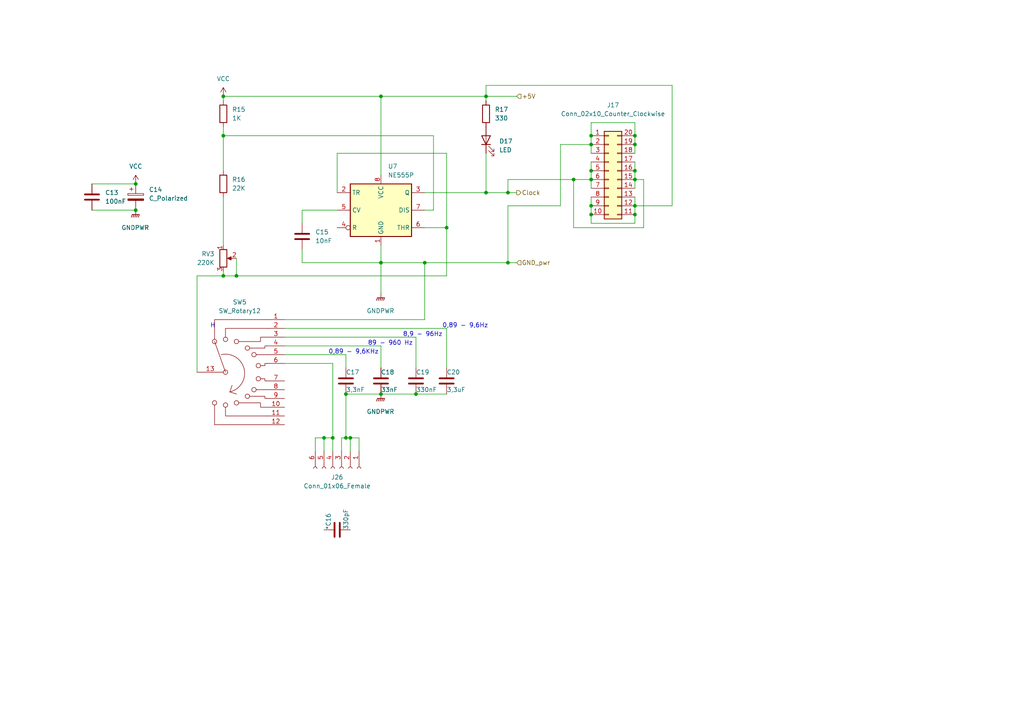
<source format=kicad_sch>
(kicad_sch (version 20211123) (generator eeschema)
  (paper "A4")
  (lib_symbols
    (symbol "Connector:Conn_01x06_Female" (pin_names (offset 1.016) hide)
      (property "Reference" "J" (at 0 7.62 0))
      (property "Value" "Conn_01x06_Female" (at 0 -10.16 0))
      (symbol "Conn_01x06_Female_1_1"
        (arc (start 0 -7.112) (mid -0.508 -7.62) (end 0 -8.128) (stroke (width 0.1524)))
        (arc (start 0 -4.572) (mid -0.508 -5.08) (end 0 -5.588) (stroke (width 0.1524)))
        (arc (start 0 -2.032) (mid -0.508 -2.54) (end 0 -3.048) (stroke (width 0.1524)))
        (polyline (pts (xy -1.27 -7.62) (xy -0.508 -7.62)) (stroke (width 0.1524)))
        (polyline (pts (xy -1.27 -5.08) (xy -0.508 -5.08)) (stroke (width 0.1524)))
        (polyline (pts (xy -1.27 -2.54) (xy -0.508 -2.54)) (stroke (width 0.1524)))
        (polyline (pts (xy -1.27 0) (xy -0.508 0)) (stroke (width 0.1524)))
        (polyline (pts (xy -1.27 2.54) (xy -0.508 2.54)) (stroke (width 0.1524)))
        (polyline (pts (xy -1.27 5.08) (xy -0.508 5.08)) (stroke (width 0.1524)))
        (arc (start 0 0.508) (mid -0.508 0) (end 0 -0.508) (stroke (width 0.1524)))
        (arc (start 0 3.048) (mid -0.508 2.54) (end 0 2.032) (stroke (width 0.1524)))
        (arc (start 0 5.588) (mid -0.508 5.08) (end 0 4.572) (stroke (width 0.1524)))
        (pin passive line (at -5.08 5.08 0) (length 3.81) (name "Pin_1") (number "1"))
        (pin passive line (at -5.08 2.54 0) (length 3.81) (name "Pin_2") (number "2"))
        (pin passive line (at -5.08 0 0) (length 3.81) (name "Pin_3") (number "3"))
        (pin passive line (at -5.08 -2.54 0) (length 3.81) (name "Pin_4") (number "4"))
        (pin passive line (at -5.08 -5.08 0) (length 3.81) (name "Pin_5") (number "5"))
        (pin passive line (at -5.08 -7.62 0) (length 3.81) (name "Pin_6") (number "6"))
      )
    )
    (symbol "Connector_Generic:Conn_02x10_Counter_Clockwise" (pin_names (offset 1.016) hide)
      (property "Reference" "J" (at 1.27 12.7 0))
      (property "Value" "Conn_02x10_Counter_Clockwise" (at 1.27 -15.24 0))
      (symbol "Conn_02x10_Counter_Clockwise_1_1"
        (rectangle (start -1.27 -12.573) (end 0 -12.827) (stroke (width 0.1524)))
        (rectangle (start -1.27 -10.033) (end 0 -10.287) (stroke (width 0.1524)))
        (rectangle (start -1.27 -7.493) (end 0 -7.747) (stroke (width 0.1524)))
        (rectangle (start -1.27 -4.953) (end 0 -5.207) (stroke (width 0.1524)))
        (rectangle (start -1.27 -2.413) (end 0 -2.667) (stroke (width 0.1524)))
        (rectangle (start -1.27 0.127) (end 0 -0.127) (stroke (width 0.1524)))
        (rectangle (start -1.27 2.667) (end 0 2.413) (stroke (width 0.1524)))
        (rectangle (start -1.27 5.207) (end 0 4.953) (stroke (width 0.1524)))
        (rectangle (start -1.27 7.747) (end 0 7.493) (stroke (width 0.1524)))
        (rectangle (start -1.27 10.287) (end 0 10.033) (stroke (width 0.1524)))
        (rectangle (start -1.27 11.43) (end 3.81 -13.97) (stroke (width 0.254)) (fill (type background)))
        (rectangle (start 3.81 -12.573) (end 2.54 -12.827) (stroke (width 0.1524)))
        (rectangle (start 3.81 -10.033) (end 2.54 -10.287) (stroke (width 0.1524)))
        (rectangle (start 3.81 -7.493) (end 2.54 -7.747) (stroke (width 0.1524)))
        (rectangle (start 3.81 -4.953) (end 2.54 -5.207) (stroke (width 0.1524)))
        (rectangle (start 3.81 -2.413) (end 2.54 -2.667) (stroke (width 0.1524)))
        (rectangle (start 3.81 0.127) (end 2.54 -0.127) (stroke (width 0.1524)))
        (rectangle (start 3.81 2.667) (end 2.54 2.413) (stroke (width 0.1524)))
        (rectangle (start 3.81 5.207) (end 2.54 4.953) (stroke (width 0.1524)))
        (rectangle (start 3.81 7.747) (end 2.54 7.493) (stroke (width 0.1524)))
        (rectangle (start 3.81 10.287) (end 2.54 10.033) (stroke (width 0.1524)))
        (pin passive line (at -5.08 10.16 0) (length 3.81) (name "Pin_1") (number "1"))
        (pin passive line (at -5.08 -12.7 0) (length 3.81) (name "Pin_10") (number "10"))
        (pin passive line (at 7.62 -12.7 180) (length 3.81) (name "Pin_11") (number "11"))
        (pin passive line (at 7.62 -10.16 180) (length 3.81) (name "Pin_12") (number "12"))
        (pin passive line (at 7.62 -7.62 180) (length 3.81) (name "Pin_13") (number "13"))
        (pin passive line (at 7.62 -5.08 180) (length 3.81) (name "Pin_14") (number "14"))
        (pin passive line (at 7.62 -2.54 180) (length 3.81) (name "Pin_15") (number "15"))
        (pin passive line (at 7.62 0 180) (length 3.81) (name "Pin_16") (number "16"))
        (pin passive line (at 7.62 2.54 180) (length 3.81) (name "Pin_17") (number "17"))
        (pin passive line (at 7.62 5.08 180) (length 3.81) (name "Pin_18") (number "18"))
        (pin passive line (at 7.62 7.62 180) (length 3.81) (name "Pin_19") (number "19"))
        (pin passive line (at -5.08 7.62 0) (length 3.81) (name "Pin_2") (number "2"))
        (pin passive line (at 7.62 10.16 180) (length 3.81) (name "Pin_20") (number "20"))
        (pin passive line (at -5.08 5.08 0) (length 3.81) (name "Pin_3") (number "3"))
        (pin passive line (at -5.08 2.54 0) (length 3.81) (name "Pin_4") (number "4"))
        (pin passive line (at -5.08 0 0) (length 3.81) (name "Pin_5") (number "5"))
        (pin passive line (at -5.08 -2.54 0) (length 3.81) (name "Pin_6") (number "6"))
        (pin passive line (at -5.08 -5.08 0) (length 3.81) (name "Pin_7") (number "7"))
        (pin passive line (at -5.08 -7.62 0) (length 3.81) (name "Pin_8") (number "8"))
        (pin passive line (at -5.08 -10.16 0) (length 3.81) (name "Pin_9") (number "9"))
      )
    )
    (symbol "Device:C" (pin_numbers hide) (pin_names (offset 0.254))
      (property "Reference" "C" (at 0.635 2.54 0))
      (property "Value" "C" (at 0.635 -2.54 0))
      (symbol "C_0_1"
        (polyline (pts (xy -2.032 -0.762) (xy 2.032 -0.762)) (stroke (width 0.508)))
        (polyline (pts (xy -2.032 0.762) (xy 2.032 0.762)) (stroke (width 0.508)))
      )
      (symbol "C_1_1"
        (pin passive line (at 0 3.81 270) (length 2.794) (name "~") (number "1"))
        (pin passive line (at 0 -3.81 90) (length 2.794) (name "~") (number "2"))
      )
    )
    (symbol "Device:C_Polarized" (pin_numbers hide) (pin_names (offset 0.254))
      (property "Reference" "C" (at 0.635 2.54 0))
      (property "Value" "C_Polarized" (at 0.635 -2.54 0))
      (symbol "C_Polarized_0_1"
        (rectangle (start -2.286 0.508) (end 2.286 1.016))
        (polyline (pts (xy -1.778 2.286) (xy -0.762 2.286)))
        (polyline (pts (xy -1.27 2.794) (xy -1.27 1.778)))
        (rectangle (start 2.286 -0.508) (end -2.286 -1.016) (fill (type outline)))
      )
      (symbol "C_Polarized_1_1"
        (pin passive line (at 0 3.81 270) (length 2.794) (name "~") (number "1"))
        (pin passive line (at 0 -3.81 90) (length 2.794) (name "~") (number "2"))
      )
    )
    (symbol "Device:LED" (pin_numbers hide) (pin_names (offset 1.016) hide)
      (property "Reference" "D" (at 0 2.54 0))
      (property "Value" "LED" (at 0 -2.54 0))
      (symbol "LED_0_1"
        (polyline (pts (xy -1.27 -1.27) (xy -1.27 1.27)) (stroke (width 0.254)))
        (polyline (pts (xy -1.27 0) (xy 1.27 0)))
        (polyline (pts (xy 1.27 -1.27) (xy 1.27 1.27) (xy -1.27 0) (xy 1.27 -1.27)) (stroke (width 0.254)))
        (polyline (pts (xy -3.048 -0.762) (xy -4.572 -2.286) (xy -3.81 -2.286) (xy -4.572 -2.286) (xy -4.572 -1.524)))
        (polyline (pts (xy -1.778 -0.762) (xy -3.302 -2.286) (xy -2.54 -2.286) (xy -3.302 -2.286) (xy -3.302 -1.524)))
      )
      (symbol "LED_1_1"
        (pin passive line (at -3.81 0 0) (length 2.54) (name "K") (number "1"))
        (pin passive line (at 3.81 0 180) (length 2.54) (name "A") (number "2"))
      )
    )
    (symbol "Device:R" (pin_numbers hide) (pin_names (offset 0))
      (property "Reference" "R" (at 2.032 0 90))
      (property "Value" "R" (at 0 0 90))
      (symbol "R_0_1"
        (rectangle (start -1.016 -2.54) (end 1.016 2.54) (stroke (width 0.254)))
      )
      (symbol "R_1_1"
        (pin passive line (at 0 3.81 270) (length 1.27) (name "~") (number "1"))
        (pin passive line (at 0 -3.81 90) (length 1.27) (name "~") (number "2"))
      )
    )
    (symbol "Device:R_Potentiometer" (pin_names (offset 1.016) hide)
      (property "Reference" "RV" (at -4.445 0 90))
      (property "Value" "R_Potentiometer" (at -2.54 0 90))
      (symbol "R_Potentiometer_0_1"
        (polyline (pts (xy 2.54 0) (xy 1.524 0)))
        (polyline (pts (xy 1.143 0) (xy 2.286 0.508) (xy 2.286 -0.508) (xy 1.143 0)) (fill (type outline)))
        (rectangle (start 1.016 2.54) (end -1.016 -2.54) (stroke (width 0.254)))
      )
      (symbol "R_Potentiometer_1_1"
        (pin passive line (at 0 3.81 270) (length 1.27) (name "1") (number "1"))
        (pin passive line (at 3.81 0 180) (length 1.27) (name "2") (number "2"))
        (pin passive line (at 0 -3.81 90) (length 1.27) (name "3") (number "3"))
      )
    )
    (symbol "Switch:SW_Rotary12" (pin_names (offset 1.016) hide)
      (property "Reference" "SW" (at 0 17.78 0))
      (property "Value" "SW_Rotary12" (at 0 -17.78 0))
      (symbol "SW_Rotary12_0_0"
        (circle (center -10.16 -8.89) (radius 0.635))
        (circle (center -10.16 8.89) (radius 0.635))
        (circle (center -6.985 -9.525) (radius 0.635))
        (circle (center -6.985 0) (radius 0.635))
        (circle (center -6.985 9.525) (radius 0.635))
        (arc (start -5.715 -5.715) (mid -1.5995 0.937) (end -8.255 5.08))
        (circle (center -3.81 -8.89) (radius 0.635))
        (circle (center -3.81 8.89) (radius 0.635))
        (circle (center -0.635 -6.985) (radius 0.635))
        (circle (center -0.635 6.985) (radius 0.635))
        (polyline (pts (xy -6.985 0) (xy -10.16 8.89)))
        (polyline (pts (xy -5.715 -5.715) (xy -5.08 -3.81)))
        (polyline (pts (xy -5.715 -5.715) (xy -3.81 -6.35)))
        (polyline (pts (xy 1.905 -5.08) (xy 5.08 -5.08)))
        (polyline (pts (xy 1.905 5.08) (xy 5.08 5.08)))
        (polyline (pts (xy -10.16 -9.525) (xy -10.16 -15.24) (xy 5.08 -15.24)))
        (polyline (pts (xy -10.16 9.525) (xy -10.16 15.24) (xy 5.08 15.24)))
        (polyline (pts (xy -6.985 -10.16) (xy -6.985 -12.7) (xy 5.08 -12.7)))
        (polyline (pts (xy -6.985 10.16) (xy -6.985 12.7) (xy 5.08 12.7)))
        (polyline (pts (xy -3.175 -8.89) (xy 3.175 -8.89) (xy 3.175 -10.16) (xy 5.08 -10.16)))
        (polyline (pts (xy -3.175 8.89) (xy 3.175 8.89) (xy 3.175 10.16) (xy 5.08 10.16)))
        (polyline (pts (xy 0 -6.985) (xy 4.445 -6.985) (xy 4.445 -7.62) (xy 5.08 -7.62)))
        (polyline (pts (xy 0 6.985) (xy 4.445 6.985) (xy 4.445 7.62) (xy 5.08 7.62)))
        (polyline (pts (xy 3.175 -1.905) (xy 4.445 -1.905) (xy 4.445 -2.54) (xy 5.08 -2.54)))
        (polyline (pts (xy 3.175 1.905) (xy 4.445 1.905) (xy 4.445 2.54) (xy 5.08 2.54)))
        (circle (center 1.27 -5.08) (radius 0.635))
        (circle (center 1.27 5.08) (radius 0.635))
        (circle (center 2.54 -1.905) (radius 0.635))
        (circle (center 2.54 1.905) (radius 0.635))
      )
      (symbol "SW_Rotary12_0_1"
        (pin passive line (at 10.16 15.24 180) (length 5.08) (name "1") (number "1"))
        (pin passive line (at 10.16 -10.16 180) (length 5.08) (name "10") (number "10"))
        (pin passive line (at 10.16 -12.7 180) (length 5.08) (name "11") (number "11"))
        (pin passive line (at 10.16 -15.24 180) (length 5.08) (name "12") (number "12"))
        (pin passive line (at -15.24 0 0) (length 7.62) (name "13") (number "13"))
        (pin passive line (at 10.16 12.7 180) (length 5.08) (name "2") (number "2"))
        (pin passive line (at 10.16 10.16 180) (length 5.08) (name "3") (number "3"))
        (pin passive line (at 10.16 7.62 180) (length 5.08) (name "4") (number "4"))
        (pin passive line (at 10.16 5.08 180) (length 5.08) (name "5") (number "5"))
        (pin passive line (at 10.16 2.54 180) (length 5.08) (name "6") (number "6"))
        (pin passive line (at 10.16 -2.54 180) (length 5.08) (name "7") (number "7"))
        (pin passive line (at 10.16 -5.08 180) (length 5.08) (name "8") (number "8"))
        (pin passive line (at 10.16 -7.62 180) (length 5.08) (name "9") (number "9"))
      )
    )
    (symbol "Timer:NE555P"
      (property "Reference" "U" (at -10.16 8.89 0))
      (property "Value" "NE555P" (at 2.54 8.89 0))
      (symbol "NE555P_0_0"
        (pin power_in line (at 0 -10.16 90) (length 2.54) (name "GND") (number "1"))
        (pin power_in line (at 0 10.16 270) (length 2.54) (name "VCC") (number "8"))
      )
      (symbol "NE555P_0_1"
        (rectangle (start -8.89 -7.62) (end 8.89 7.62) (stroke (width 0.254)) (fill (type background)))
        (rectangle (start -8.89 -7.62) (end 8.89 7.62) (stroke (width 0.254)) (fill (type background)))
      )
      (symbol "NE555P_1_1"
        (pin input line (at -12.7 5.08 0) (length 3.81) (name "TR") (number "2"))
        (pin output line (at 12.7 5.08 180) (length 3.81) (name "Q") (number "3"))
        (pin input inverted (at -12.7 -5.08 0) (length 3.81) (name "R") (number "4"))
        (pin input line (at -12.7 0 0) (length 3.81) (name "CV") (number "5"))
        (pin input line (at 12.7 -5.08 180) (length 3.81) (name "THR") (number "6"))
        (pin input line (at 12.7 0 180) (length 3.81) (name "DIS") (number "7"))
      )
    )
    (symbol "power:GNDPWR" (power) (pin_names (offset 0))
      (property "Value" "GNDPWR" (at 0 -3.302 0))
      (symbol "GNDPWR_0_1"
        (polyline (pts (xy 0 -1.27) (xy 0 0)))
        (polyline (pts (xy -1.016 -1.27) (xy -1.27 -2.032) (xy -1.27 -2.032)) (stroke (width 0.2032)))
        (polyline (pts (xy -0.508 -1.27) (xy -0.762 -2.032) (xy -0.762 -2.032)) (stroke (width 0.2032)))
        (polyline (pts (xy 0 -1.27) (xy -0.254 -2.032) (xy -0.254 -2.032)) (stroke (width 0.2032)))
        (polyline (pts (xy 0.508 -1.27) (xy 0.254 -2.032) (xy 0.254 -2.032)) (stroke (width 0.2032)))
        (polyline (pts (xy 1.016 -1.27) (xy -1.016 -1.27) (xy -1.016 -1.27)) (stroke (width 0.2032)))
        (polyline (pts (xy 1.016 -1.27) (xy 0.762 -2.032) (xy 0.762 -2.032) (xy 0.762 -2.032)) (stroke (width 0.2032)))
      )
      (symbol "GNDPWR_1_1"
        (pin power_in line (at 0 0 270) (length 0) hide (name "GNDPWR") (number "1"))
      )
    )
    (symbol "power:VCC" (power) (pin_names (offset 0))
      (property "Value" "VCC" (at 0 3.81 0))
      (symbol "VCC_0_1"
        (polyline (pts (xy -0.762 1.27) (xy 0 2.54)))
        (polyline (pts (xy 0 0) (xy 0 2.54)))
        (polyline (pts (xy 0 2.54) (xy 0.762 1.27)))
      )
      (symbol "VCC_1_1"
        (pin power_in line (at 0 0 90) (length 0) hide (name "VCC") (number "1"))
      )
    )
  )
  (junction (at 184.15 59.69))
  (junction (at 68.58 80.01))
  (junction (at 184.15 41.91))
  (junction (at 129.54 66.04))
  (junction (at 110.49 76.2))
  (junction (at 110.49 114.3))
  (junction (at 140.97 27.94))
  (junction (at 110.49 27.94))
  (junction (at 171.45 62.23))
  (junction (at 39.37 53.34))
  (junction (at 184.15 39.37))
  (junction (at 96.52 127))
  (junction (at 171.45 52.07))
  (junction (at 64.77 39.37))
  (junction (at 147.32 55.88))
  (junction (at 120.65 114.3))
  (junction (at 184.15 49.53))
  (junction (at 100.33 114.3))
  (junction (at 100.33 127))
  (junction (at 64.77 80.01))
  (junction (at 140.97 55.88))
  (junction (at 184.15 52.07))
  (junction (at 123.19 76.2))
  (junction (at 39.37 60.96))
  (junction (at 64.77 27.94))
  (junction (at 171.45 39.37))
  (junction (at 171.45 59.69))
  (junction (at 147.32 76.2))
  (junction (at 171.45 41.91))
  (junction (at 171.45 49.53))
  (junction (at 93.98 127))
  (junction (at 166.37 52.07))
  (junction (at 184.15 62.23))
  (junction (at 101.6 127))
  (wire (pts (xy 171.45 46.99) (xy 171.45 49.53)))
  (wire (pts (xy 184.15 49.53) (xy 184.15 52.07)))
  (wire (pts (xy 110.49 76.2) (xy 110.49 85.09)))
  (wire (pts (xy 162.56 59.69) (xy 162.56 41.91)))
  (wire (pts (xy 82.55 100.33) (xy 110.49 100.33)))
  (wire (pts (xy 184.15 39.37) (xy 184.15 41.91)))
  (wire (pts (xy 140.97 55.88) (xy 147.32 55.88)))
  (wire (pts (xy 147.32 52.07) (xy 147.32 55.88)))
  (wire (pts (xy 171.45 39.37) (xy 171.45 41.91)))
  (wire (pts (xy 171.45 52.07) (xy 171.45 54.61)))
  (wire (pts (xy 171.45 49.53) (xy 171.45 52.07)))
  (wire (pts (xy 64.77 36.83) (xy 64.77 39.37)))
  (wire (pts (xy 64.77 80.01) (xy 64.77 78.74)))
  (wire (pts (xy 93.98 127) (xy 96.52 127)))
  (wire (pts (xy 123.19 76.2) (xy 147.32 76.2)))
  (wire (pts (xy 82.55 97.79) (xy 120.65 97.79)))
  (wire (pts (xy 64.77 57.15) (xy 64.77 71.12)))
  (wire (pts (xy 186.69 52.07) (xy 186.69 66.04)))
  (wire (pts (xy 100.33 127) (xy 101.6 127)))
  (wire (pts (xy 171.45 52.07) (xy 166.37 52.07)))
  (wire (pts (xy 110.49 27.94) (xy 140.97 27.94)))
  (wire (pts (xy 120.65 114.3) (xy 129.54 114.3)))
  (wire (pts (xy 26.67 60.96) (xy 39.37 60.96)))
  (wire (pts (xy 87.63 60.96) (xy 87.63 64.77)))
  (wire (pts (xy 140.97 27.94) (xy 149.86 27.94)))
  (wire (pts (xy 68.58 80.01) (xy 129.54 80.01)))
  (wire (pts (xy 147.32 59.69) (xy 147.32 76.2)))
  (wire (pts (xy 82.55 92.71) (xy 123.19 92.71)))
  (wire (pts (xy 140.97 44.45) (xy 140.97 55.88)))
  (wire (pts (xy 147.32 55.88) (xy 149.86 55.88)))
  (wire (pts (xy 147.32 59.69) (xy 162.56 59.69)))
  (wire (pts (xy 82.55 105.41) (xy 96.52 105.41)))
  (wire (pts (xy 184.15 46.99) (xy 184.15 49.53)))
  (wire (pts (xy 184.15 52.07) (xy 186.69 52.07)))
  (wire (pts (xy 171.45 59.69) (xy 171.45 62.23)))
  (wire (pts (xy 100.33 102.87) (xy 100.33 106.68)))
  (wire (pts (xy 26.67 53.34) (xy 39.37 53.34)))
  (wire (pts (xy 110.49 100.33) (xy 110.49 106.68)))
  (wire (pts (xy 123.19 66.04) (xy 129.54 66.04)))
  (wire (pts (xy 171.45 64.77) (xy 171.45 62.23)))
  (wire (pts (xy 140.97 55.88) (xy 123.19 55.88)))
  (wire (pts (xy 68.58 74.93) (xy 68.58 80.01)))
  (wire (pts (xy 166.37 52.07) (xy 147.32 52.07)))
  (wire (pts (xy 171.45 35.56) (xy 171.45 39.37)))
  (wire (pts (xy 82.55 95.25) (xy 129.54 95.25)))
  (wire (pts (xy 129.54 44.45) (xy 97.79 44.45)))
  (wire (pts (xy 101.6 127) (xy 104.14 127)))
  (wire (pts (xy 140.97 24.765) (xy 194.945 24.765)))
  (wire (pts (xy 147.32 76.2) (xy 149.86 76.2)))
  (wire (pts (xy 68.58 80.01) (xy 64.77 80.01)))
  (wire (pts (xy 123.19 60.96) (xy 125.73 60.96)))
  (wire (pts (xy 125.73 60.96) (xy 125.73 39.37)))
  (wire (pts (xy 184.15 57.15) (xy 184.15 59.69)))
  (wire (pts (xy 104.14 127) (xy 104.14 130.81)))
  (wire (pts (xy 123.19 92.71) (xy 123.19 76.2)))
  (wire (pts (xy 186.69 66.04) (xy 166.37 66.04)))
  (wire (pts (xy 129.54 80.01) (xy 129.54 66.04)))
  (wire (pts (xy 87.63 72.39) (xy 87.63 76.2)))
  (wire (pts (xy 162.56 41.91) (xy 171.45 41.91)))
  (wire (pts (xy 101.6 127) (xy 101.6 130.81)))
  (wire (pts (xy 57.15 80.01) (xy 64.77 80.01)))
  (wire (pts (xy 91.44 130.81) (xy 91.44 127)))
  (wire (pts (xy 129.54 95.25) (xy 129.54 106.68)))
  (wire (pts (xy 194.945 59.69) (xy 184.15 59.69)))
  (wire (pts (xy 184.15 62.23) (xy 184.15 64.77)))
  (wire (pts (xy 120.65 97.79) (xy 120.65 106.68)))
  (wire (pts (xy 99.06 127) (xy 100.33 127)))
  (wire (pts (xy 96.52 127) (xy 96.52 105.41)))
  (wire (pts (xy 87.63 76.2) (xy 110.49 76.2)))
  (wire (pts (xy 93.98 127) (xy 93.98 130.81)))
  (wire (pts (xy 97.79 44.45) (xy 97.79 55.88)))
  (wire (pts (xy 82.55 102.87) (xy 100.33 102.87)))
  (wire (pts (xy 171.45 41.91) (xy 171.45 44.45)))
  (wire (pts (xy 184.15 64.77) (xy 171.45 64.77)))
  (wire (pts (xy 100.33 114.3) (xy 100.33 127)))
  (wire (pts (xy 64.77 39.37) (xy 125.73 39.37)))
  (wire (pts (xy 123.19 76.2) (xy 110.49 76.2)))
  (wire (pts (xy 184.15 52.07) (xy 184.15 54.61)))
  (wire (pts (xy 97.79 60.96) (xy 87.63 60.96)))
  (wire (pts (xy 184.15 35.56) (xy 171.45 35.56)))
  (wire (pts (xy 57.15 107.95) (xy 57.15 80.01)))
  (wire (pts (xy 99.06 130.81) (xy 99.06 127)))
  (wire (pts (xy 140.97 27.94) (xy 140.97 24.765)))
  (wire (pts (xy 140.97 27.94) (xy 140.97 29.21)))
  (wire (pts (xy 96.52 130.81) (xy 96.52 127)))
  (wire (pts (xy 110.49 27.94) (xy 64.77 27.94)))
  (wire (pts (xy 110.49 76.2) (xy 110.49 71.12)))
  (wire (pts (xy 64.77 39.37) (xy 64.77 49.53)))
  (wire (pts (xy 91.44 127) (xy 93.98 127)))
  (wire (pts (xy 129.54 66.04) (xy 129.54 44.45)))
  (wire (pts (xy 64.77 27.94) (xy 64.77 29.21)))
  (wire (pts (xy 184.15 59.69) (xy 184.15 62.23)))
  (wire (pts (xy 171.45 57.15) (xy 171.45 59.69)))
  (wire (pts (xy 110.49 114.3) (xy 120.65 114.3)))
  (wire (pts (xy 194.945 24.765) (xy 194.945 59.69)))
  (wire (pts (xy 184.15 39.37) (xy 184.15 35.56)))
  (wire (pts (xy 166.37 52.07) (xy 166.37 66.04)))
  (wire (pts (xy 100.33 114.3) (xy 110.49 114.3)))
  (wire (pts (xy 110.49 50.8) (xy 110.49 27.94)))
  (wire (pts (xy 184.15 41.91) (xy 184.15 44.45)))
  (text "0,89 - 9,6Hz" (at 128.27 95.25 0) (effects (font (size 1.27 1.27)) (justify left bottom)))
  (text "0,89 - 9,6KHz" (at 95.25 102.87 0) (effects (font (size 1.27 1.27)) (justify left bottom)))
  (text "8,9 - 96Hz" (at 116.84 97.79 0) (effects (font (size 1.27 1.27)) (justify left bottom)))
  (text "H" (at 60.96 95.25 0) (effects (font (size 1.27 1.27)) (justify left bottom)))
  (text "89 - 960 Hz" (at 106.68 100.33 0) (effects (font (size 1.27 1.27)) (justify left bottom)))
  (hierarchical_label "GND_pwr" (shape input) (at 149.86 76.2 0))
  (hierarchical_label "+5V" (shape input) (at 149.86 27.94 0))
  (hierarchical_label "Clock" (shape output) (at 149.86 55.88 0))
  (symbol (lib_id "Device:R") (at 140.97 33.02 0) (unit 1)
    (property "Reference" "R17" (at 143.51 31.7499 0) (effects (justify left)))
    (property "Value" "330" (at 143.51 34.2899 0) (effects (justify left)))
    (property "Footprint" "Resistor_THT:R_Axial_DIN0207_L6.3mm_D2.5mm_P10.16mm_Horizontal" (effects hide))
  )
  (symbol (lib_id "Connector:Conn_01x06_Female") (at 99.06 135.89 270) (unit 1)
    (property "Reference" "J26" (at 97.79 138.43 90))
    (property "Value" "Conn_01x06_Female" (at 97.79 140.97 90))
    (property "Footprint" "Connector_PinHeader_2.54mm:PinHeader_1x06_P2.54mm_Vertical" (effects hide))
  )
  (symbol (lib_id "Device:R") (at 64.77 53.34 0) (unit 1)
    (property "Reference" "R16" (at 67.31 52.0699 0) (effects (justify left)))
    (property "Value" "22K" (at 67.31 54.6099 0) (effects (justify left)))
    (property "Footprint" "Resistor_THT:R_Axial_DIN0207_L6.3mm_D2.5mm_P10.16mm_Horizontal" (effects hide))
  )
  (symbol (lib_id "Connector_Generic:Conn_02x10_Counter_Clockwise") (at 176.53 49.53 0) (unit 1)
    (property "Reference" "J17" (at 177.8 30.48 0))
    (property "Value" "Conn_02x10_Counter_Clockwise" (at 177.8 33.02 0))
    (property "Footprint" "Connector_PinHeader_2.54mm:PinHeader_2x10_P2.54mm_Vertical" (effects hide))
  )
  (symbol (lib_id "Device:C") (at 26.67 57.15 0) (unit 1)
    (property "Reference" "C13" (at 30.48 55.8799 0) (effects (justify left)))
    (property "Value" "100nF" (at 30.48 58.4199 0) (effects (justify left)))
  )
  (symbol (lib_id "Device:C") (at 97.79 153.67 90) (unit 1) (in_bom no) (on_board no)
    (property "Reference" "*C16" (at 95.25 153.67 0) (effects (justify left)))
    (property "Value" "330pF" (at 100.33 153.67 0) (effects (justify left)))
    (property "Footprint" "Capacitor_THT:C_Axial_L5.1mm_D3.1mm_P7.50mm_Horizontal" (effects hide))
  )
  (symbol (lib_id "Device:C_Polarized") (at 39.37 57.15 0) (unit 1)
    (property "Reference" "C14" (at 43.18 54.9909 0) (effects (justify left)))
    (property "Value" "C_Polarized" (at 43.18 57.5309 0) (effects (justify left)))
  )
  (symbol (lib_id "power:VCC") (at 39.37 53.34 0) (unit 1)
    (property "Reference" "#PWR026" (effects hide))
    (property "Value" "VCC" (at 39.37 48.26 0))
  )
  (symbol (lib_id "Timer:NE555P") (at 110.49 60.96 0) (unit 1)
    (property "Reference" "U7" (at 112.5094 48.26 0) (effects (justify left)))
    (property "Value" "NE555P" (at 112.5094 50.8 0) (effects (justify left)))
    (property "Footprint" "Package_DIP:DIP-8_W7.62mm" (effects hide))
    (property "Datasheet" "http://www.ti.com/lit/ds/symlink/ne555.pdf" (effects hide))
  )
  (symbol (lib_id "Device:R") (at 64.77 33.02 0) (unit 1)
    (property "Reference" "R15" (at 67.31 31.7499 0) (effects (justify left)))
    (property "Value" "1K" (at 67.31 34.2899 0) (effects (justify left)))
    (property "Footprint" "Resistor_THT:R_Axial_DIN0207_L6.3mm_D2.5mm_P10.16mm_Horizontal" (effects hide))
  )
  (symbol (lib_id "power:GNDPWR") (at 39.37 60.96 0) (unit 1)
    (property "Reference" "#PWR027" (effects hide))
    (property "Value" "GNDPWR" (at 39.243 66.04 0))
  )
  (symbol (lib_id "Device:C") (at 100.33 110.49 0) (unit 1)
    (property "Reference" "C17" (at 100.33 107.95 0) (effects (justify left)))
    (property "Value" "3,3nF" (at 100.33 113.03 0) (effects (justify left)))
    (property "Footprint" "Capacitor_THT:C_Axial_L5.1mm_D3.1mm_P7.50mm_Horizontal" (effects hide))
  )
  (symbol (lib_id "power:VCC") (at 64.77 27.94 0) (unit 1)
    (property "Reference" "#PWR028" (effects hide))
    (property "Value" "VCC" (at 64.77 22.86 0))
  )
  (symbol (lib_id "Device:R_Potentiometer") (at 64.77 74.93 0) (unit 1)
    (property "Reference" "RV3" (at 62.23 73.6599 0) (effects (justify right)))
    (property "Value" "220K" (at 62.23 76.1999 0) (effects (justify right)))
    (property "Footprint" "Potentiometer_THT:Potentiometer_ACP_CA14V-15_Vertical" (effects hide))
  )
  (symbol (lib_id "Switch:SW_Rotary12") (at 72.39 107.95 0) (unit 1)
    (property "Reference" "SW5" (at 69.5325 87.63 0))
    (property "Value" "SW_Rotary12" (at 69.5325 90.17 0))
    (property "Footprint" "RotarySwitch:Commutatore 2x6" (effects hide))
    (property "Datasheet" "http://cdn-reichelt.de/documents/datenblatt/C200/DS-Serie%23LOR.pdf" (effects hide))
  )
  (symbol (lib_id "Device:C") (at 87.63 68.58 0) (unit 1)
    (property "Reference" "C15" (at 91.44 67.3099 0) (effects (justify left)))
    (property "Value" "10nF" (at 91.44 69.8499 0) (effects (justify left)))
  )
  (symbol (lib_id "Device:C") (at 129.54 110.49 0) (unit 1)
    (property "Reference" "C20" (at 129.54 107.95 0) (effects (justify left)))
    (property "Value" "3,3uF" (at 129.54 113.03 0) (effects (justify left)))
    (property "Footprint" "Capacitor_THT:C_Axial_L5.1mm_D3.1mm_P7.50mm_Horizontal" (effects hide))
  )
  (symbol (lib_id "Device:C") (at 120.65 110.49 0) (unit 1)
    (property "Reference" "C19" (at 120.65 107.95 0) (effects (justify left)))
    (property "Value" "330nF" (at 120.65 113.03 0) (effects (justify left)))
    (property "Footprint" "Capacitor_THT:C_Axial_L5.1mm_D3.1mm_P7.50mm_Horizontal" (effects hide))
  )
  (symbol (lib_id "power:GNDPWR") (at 110.49 114.3 0) (unit 1)
    (property "Reference" "#PWR030" (effects hide))
    (property "Value" "GNDPWR" (at 110.363 119.38 0))
  )
  (symbol (lib_id "Device:LED") (at 140.97 40.64 90) (unit 1)
    (property "Reference" "D17" (at 144.78 40.9574 90) (effects (justify right)))
    (property "Value" "LED" (at 144.78 43.4974 90) (effects (justify right)))
    (property "Footprint" "LED_THT:LED_D5.0mm" (effects hide))
  )
  (symbol (lib_id "Device:C") (at 110.49 110.49 0) (unit 1)
    (property "Reference" "C18" (at 110.49 107.95 0) (effects (justify left)))
    (property "Value" "33nF" (at 110.49 113.03 0) (effects (justify left)))
    (property "Footprint" "Capacitor_THT:C_Axial_L5.1mm_D3.1mm_P7.50mm_Horizontal" (effects hide))
  )
  (symbol (lib_id "power:GNDPWR") (at 110.49 85.09 0) (unit 1)
    (property "Reference" "#PWR029" (effects hide))
    (property "Value" "GNDPWR" (at 110.363 90.17 0))
  )
)
</source>
